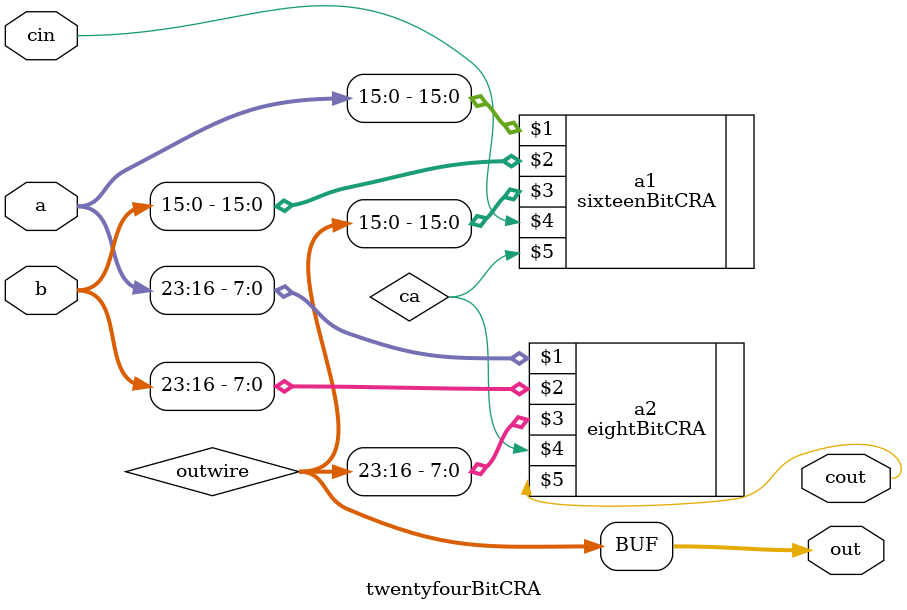
<source format=v>
`timescale 1ns / 1ps


module twentyfourBitCRA(a,b,out,cin,cout);
input [23:0]a,b;
input cin;
output cout;
output [23:0] out;

wire [23:0] outwire;
wire ca;

sixteenBitCRA a1(a[15:0],b[15:0],outwire[15:0],cin,ca);
eightBitCRA a2(a[23:16],b[23:16],outwire[23:16],ca,cout);
assign out = outwire;

endmodule

</source>
